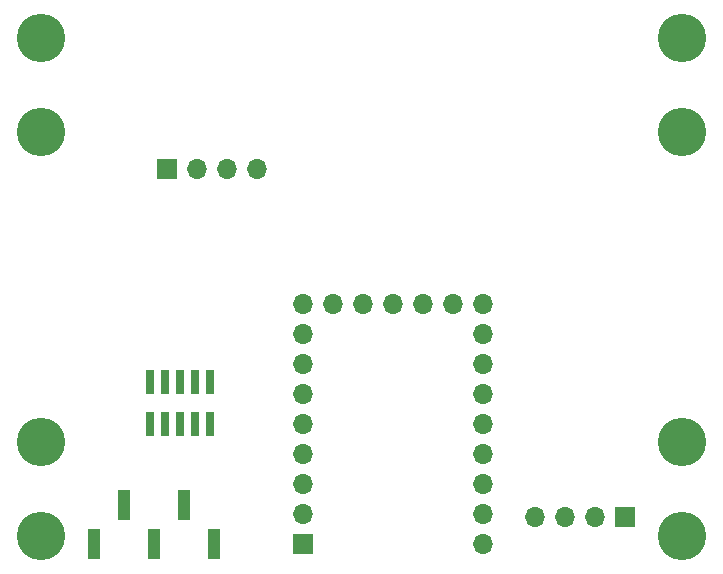
<source format=gbr>
%TF.GenerationSoftware,KiCad,Pcbnew,8.0.1*%
%TF.CreationDate,2024-05-04T23:45:59-07:00*%
%TF.ProjectId,gps_interposer,6770735f-696e-4746-9572-706f7365722e,rev?*%
%TF.SameCoordinates,Original*%
%TF.FileFunction,Soldermask,Top*%
%TF.FilePolarity,Negative*%
%FSLAX46Y46*%
G04 Gerber Fmt 4.6, Leading zero omitted, Abs format (unit mm)*
G04 Created by KiCad (PCBNEW 8.0.1) date 2024-05-04 23:45:59*
%MOMM*%
%LPD*%
G01*
G04 APERTURE LIST*
%ADD10R,1.700000X1.700000*%
%ADD11O,1.700000X1.700000*%
%ADD12R,1.000000X2.510000*%
%ADD13C,3.900000*%
%ADD14C,4.100000*%
%ADD15R,0.750000X2.100000*%
G04 APERTURE END LIST*
D10*
%TO.C,J4*%
X173500000Y-81000000D03*
D11*
X176040000Y-81000000D03*
X178580000Y-81000000D03*
X181120000Y-81000000D03*
%TD*%
D12*
%TO.C,J3*%
X167380000Y-112810000D03*
X169920000Y-109500000D03*
X172460000Y-112810000D03*
X175000000Y-109500000D03*
X177540000Y-112810000D03*
%TD*%
D13*
%TO.C,H6*%
X217100000Y-104100000D03*
D14*
X217100000Y-104100000D03*
%TD*%
D13*
%TO.C,H2*%
X217100000Y-112100000D03*
D14*
X217100000Y-112100000D03*
%TD*%
D10*
%TO.C,J5*%
X212344000Y-110490000D03*
D11*
X209804000Y-110490000D03*
X207264000Y-110490000D03*
X204724000Y-110490000D03*
%TD*%
D13*
%TO.C,H7*%
X162900000Y-104100000D03*
D14*
X162900000Y-104100000D03*
%TD*%
D13*
%TO.C,H4*%
X162900000Y-77900000D03*
D14*
X162900000Y-77900000D03*
%TD*%
D13*
%TO.C,H1*%
X217100000Y-77900000D03*
D14*
X217100000Y-77900000D03*
%TD*%
D13*
%TO.C,H5*%
X217100000Y-69900000D03*
D14*
X217100000Y-69900000D03*
%TD*%
D15*
%TO.C,J1*%
X177180000Y-102610000D03*
X177180000Y-99010000D03*
X175910000Y-102610000D03*
X175910000Y-99010000D03*
X174640000Y-102610000D03*
X174640000Y-99010000D03*
X173370000Y-102610000D03*
X173370000Y-99010000D03*
X172100000Y-102610000D03*
X172100000Y-99010000D03*
%TD*%
D10*
%TO.C,U3*%
X185039000Y-112776000D03*
D11*
X185039000Y-110236000D03*
X185039000Y-107696000D03*
X185039000Y-105156000D03*
X185039000Y-102616000D03*
X185039000Y-100076000D03*
X185039000Y-97536000D03*
X185039000Y-94996000D03*
X185039000Y-92456000D03*
X187579000Y-92456000D03*
X190119000Y-92456000D03*
X192659000Y-92456000D03*
X195199000Y-92456000D03*
X197739000Y-92456000D03*
X200279000Y-92456000D03*
X200279000Y-94996000D03*
X200279000Y-97536000D03*
X200279000Y-100076000D03*
X200279000Y-102616000D03*
X200279000Y-105156000D03*
X200279000Y-107696000D03*
X200279000Y-110236000D03*
X200279000Y-112776000D03*
%TD*%
D13*
%TO.C,H8*%
X162900000Y-69900000D03*
D14*
X162900000Y-69900000D03*
%TD*%
D13*
%TO.C,H3*%
X162900000Y-112100000D03*
D14*
X162900000Y-112100000D03*
%TD*%
M02*

</source>
